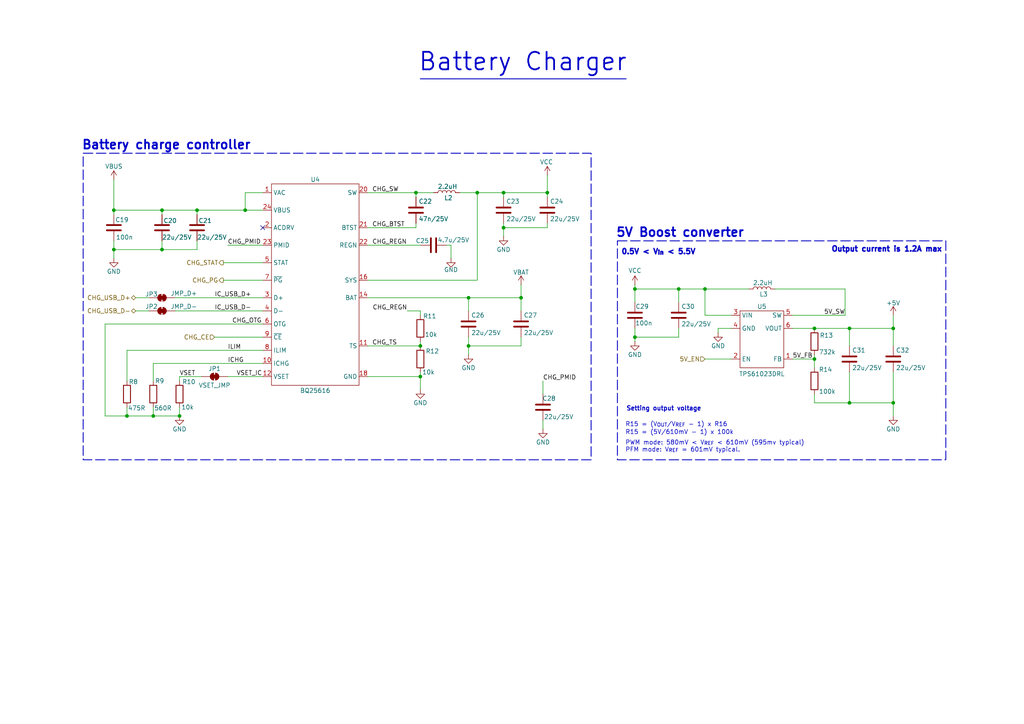
<source format=kicad_sch>
(kicad_sch (version 20250114) (generator "eeschema") (generator_version "9.0")
  (paper "A4")
  (lib_symbols
    (symbol "Device:C" (pin_numbers (hide yes)) (pin_names (offset 0.254))
      (property "Reference" "C" (at 0.635 2.54 0))
      (property "Value" "C" (at 0.635 -2.54 0))
      (symbol "C_0_1"
        (polyline (pts (xy -2.032 0.762) (xy 2.032 0.762)) (stroke (width 0.508)))
        (polyline (pts (xy -2.032 -0.762) (xy 2.032 -0.762)) (stroke (width 0.508)))
      )
      (symbol "C_1_1"
        (pin passive line (at 0 3.81 270) (length 2.794) (name "~") (number "1"))
        (pin passive line (at 0 -3.81 90) (length 2.794) (name "~") (number "2"))
      )
    )
    (symbol "Jumper:SolderJumper_2_Bridged" (pin_numbers (hide yes)) (pin_names (offset 0) (hide yes)) (in_bom no)
      (property "Reference" "JP" (at 0 2.032 0))
      (property "Value" "SolderJumper_2_Bridged" (at 0 -2.54 0))
      (symbol "SolderJumper_2_Bridged_0_1"
        (rectangle (start -0.508 0.508) (end 0.508 -0.508) (fill (type outline)))
        (polyline (pts (xy -0.254 1.016) (xy -0.254 -1.016)))
        (arc (start -0.254 -1.016) (mid -1.2656 0) (end -0.254 1.016))
        (arc (start -0.254 -1.016) (mid -1.2656 0) (end -0.254 1.016) (fill (type outline)))
        (arc (start 0.254 1.016) (mid 1.2656 0) (end 0.254 -1.016))
        (arc (start 0.254 1.016) (mid 1.2656 0) (end 0.254 -1.016) (fill (type outline)))
        (polyline (pts (xy 0.254 1.016) (xy 0.254 -1.016)))
      )
      (symbol "SolderJumper_2_Bridged_1_1"
        (pin passive line (at -3.81 0 0) (length 2.54) (name "A") (number "1"))
        (pin passive line (at 3.81 0 180) (length 2.54) (name "B") (number "2"))
      )
    )
    (symbol "No silk screen devices:L" (pin_numbers (hide yes)) (pin_names (offset 1.016) (hide yes))
      (property "Reference" "L" (at -1.27 0 90))
      (property "Value" "L" (at 1.905 0 90))
      (symbol "L_0_1"
        (arc (start 0 2.54) (mid 0.6323 1.905) (end 0 1.27))
        (arc (start 0 1.27) (mid 0.6323 0.635) (end 0 0))
        (arc (start 0 0) (mid 0.6323 -0.635) (end 0 -1.27))
        (arc (start 0 -1.27) (mid 0.6323 -1.905) (end 0 -2.54))
      )
      (symbol "L_1_1"
        (pin passive line (at 0 3.81 270) (length 1.27) (name "1") (number "1"))
        (pin passive line (at 0 -3.81 90) (length 1.27) (name "2") (number "2"))
      )
    )
    (symbol "No silk screen devices:R" (pin_numbers (hide yes)) (pin_names (offset 0))
      (property "Reference" "R" (at 2.032 0 90))
      (property "Value" "R" (at 0 0 90))
      (symbol "R_0_1"
        (rectangle (start -1.016 -2.54) (end 1.016 2.54) (stroke (width 0.254)))
      )
      (symbol "R_1_1"
        (pin passive line (at 0 3.81 270) (length 1.27) (name "~") (number "1"))
        (pin passive line (at 0 -3.81 90) (length 1.27) (name "~") (number "2"))
      )
    )
    (symbol "personal-library:BQ25616"
      (property "Reference" "U" (at 0 26.162 0))
      (property "Value" "BQ25616" (at -0.254 -33.782 0))
      (symbol "BQ25616_0_1"
        (rectangle (start -12.7 25.4) (end 12.7 -33.02))
      )
      (symbol "BQ25616_1_1"
        (pin power_in line (at -15.24 22.86 0) (length 2.54) (name "VAC") (number "1"))
        (pin power_in line (at -15.24 17.78 0) (length 2.54) (name "VBUS") (number "24"))
        (pin power_in line (at -15.24 12.7 0) (length 2.54) (name "ACDRV") (number "2"))
        (pin passive line (at -15.24 7.62 0) (length 2.54) (name "PMID") (number "23"))
        (pin passive line (at -15.24 2.54 0) (length 2.54) (name "STAT") (number "5"))
        (pin passive line (at -15.24 -2.54 0) (length 2.54) (name "~{PG}") (number "7"))
        (pin passive line (at -15.24 -7.62 0) (length 2.54) (name "D+") (number "3"))
        (pin passive line (at -15.24 -11.43 0) (length 2.54) (name "D-") (number "4"))
        (pin passive line (at -15.24 -15.24 0) (length 2.54) (name "OTG") (number "6"))
        (pin passive line (at -15.24 -19.05 0) (length 2.54) (name "~{CE}") (number "9"))
        (pin passive line (at -15.24 -22.86 0) (length 2.54) (name "ILIM") (number "8"))
        (pin passive line (at -15.24 -26.67 0) (length 2.54) (name "ICHG") (number "10"))
        (pin passive line (at -15.24 -30.48 0) (length 2.54) (name "VSET") (number "12"))
        (pin passive line (at 15.24 22.86 180) (length 2.54) (hide yes) (name "SW") (number "19"))
        (pin passive line (at 15.24 22.86 180) (length 2.54) (name "SW") (number "20"))
        (pin passive line (at 15.24 12.7 180) (length 2.54) (name "BTST") (number "21"))
        (pin passive line (at 15.24 7.62 180) (length 2.54) (name "REGN") (number "22"))
        (pin power_out line (at 15.24 -2.54 180) (length 2.54) (hide yes) (name "SYS") (number "15"))
        (pin power_out line (at 15.24 -2.54 180) (length 2.54) (name "SYS") (number "16"))
        (pin power_out line (at 15.24 -7.62 180) (length 2.54) (hide yes) (name "BAT") (number "13"))
        (pin power_out line (at 15.24 -7.62 180) (length 2.54) (name "BAT") (number "14"))
        (pin passive line (at 15.24 -21.59 180) (length 2.54) (name "TS") (number "11"))
        (pin power_out line (at 15.24 -30.48 180) (length 2.54) (hide yes) (name "GND") (number "17"))
        (pin power_out line (at 15.24 -30.48 180) (length 2.54) (name "GND") (number "18"))
        (pin power_out line (at 15.24 -30.48 180) (length 2.54) (hide yes) (name "GND") (number "25"))
      )
    )
    (symbol "personal-library:TPS61023"
      (property "Reference" "U" (at 0 7.112 0))
      (property "Value" "TPS61023DRL" (at 0 0 0))
      (symbol "TPS61023_0_1"
        (rectangle (start -6.35 3.81) (end 6.35 -12.7))
      )
      (symbol "TPS61023_1_1"
        (pin power_in line (at -8.89 2.54 0) (length 2.54) (name "VIN") (number "3"))
        (pin power_in line (at -8.89 -1.27 0) (length 2.54) (name "GND") (number "4"))
        (pin input line (at -8.89 -10.16 0) (length 2.54) (name "EN") (number "2"))
        (pin input line (at 8.89 2.54 180) (length 2.54) (name "SW") (number "5"))
        (pin power_out line (at 8.89 -1.27 180) (length 2.54) (name "VOUT") (number "6"))
        (pin input line (at 8.89 -10.16 180) (length 2.54) (name "FB") (number "1"))
      )
    )
    (symbol "power:+5V" (power) (pin_numbers (hide yes)) (pin_names (offset 0) (hide yes))
      (property "Value" "+5V" (at 0 3.556 0))
      (symbol "+5V_0_1"
        (polyline (pts (xy -0.762 1.27) (xy 0 2.54)))
        (polyline (pts (xy 0 2.54) (xy 0.762 1.27)))
        (polyline (pts (xy 0 0) (xy 0 2.54)))
      )
      (symbol "+5V_1_1"
        (pin power_in line (at 0 0 90) (length 0) (name "~") (number "1"))
      )
    )
    (symbol "power:GND" (power) (pin_numbers (hide yes)) (pin_names (offset 0) (hide yes))
      (property "Value" "GND" (at 0 -3.81 0))
      (symbol "GND_0_1"
        (polyline (pts (xy 0 0) (xy 0 -1.27) (xy 1.27 -1.27) (xy 0 -2.54) (xy -1.27 -1.27) (xy 0 -1.27)))
      )
      (symbol "GND_1_1"
        (pin power_in line (at 0 0 270) (length 0) (name "~") (number "1"))
      )
    )
    (symbol "power:VBUS" (power) (pin_numbers (hide yes)) (pin_names (offset 0) (hide yes))
      (property "Value" "VBUS" (at 0 3.556 0))
      (symbol "VBUS_0_1"
        (polyline (pts (xy -0.762 1.27) (xy 0 2.54)))
        (polyline (pts (xy 0 2.54) (xy 0.762 1.27)))
        (polyline (pts (xy 0 0) (xy 0 2.54)))
      )
      (symbol "VBUS_1_1"
        (pin power_in line (at 0 0 90) (length 0) (name "~") (number "1"))
      )
    )
    (symbol "power:VCC" (power) (pin_numbers (hide yes)) (pin_names (offset 0) (hide yes))
      (property "Value" "VCC" (at 0 3.556 0))
      (symbol "VCC_0_1"
        (polyline (pts (xy -0.762 1.27) (xy 0 2.54)))
        (polyline (pts (xy 0 2.54) (xy 0.762 1.27)))
        (polyline (pts (xy 0 0) (xy 0 2.54)))
      )
      (symbol "VCC_1_1"
        (pin power_in line (at 0 0 90) (length 0) (name "~") (number "1"))
      )
    )
  )
  (rectangle (start 179.07 69.85) (end 274.32 133.35) (stroke (width 0.254) (type dash)))
  (rectangle (start 24.13 44.45) (end 171.45 133.35) (stroke (width 0.254) (type dash)))
  (text "0.5V < V_{in} < 5.5V" (at 191.008 73.152 0) (effects (font (size 1.524 1.524) (thickness 0.4064) (bold yes))))
  (text "Setting output voltage" (at 181.61 118.618 0) (effects (font (size 1.27 1.27) (thickness 0.254) (bold yes)) (justify left)))
  (text "Battery Charger" (at 151.638 18.034 0) (effects (font (size 5.08 5.08) (thickness 0.508) (bold yes))))
  (text "R15 = (5V/610mV - 1) x 100k" (at 181.356 125.476 0) (effects (font (size 1.27 1.27)) (justify left)))
  (text "R15 = (V_{OUT}/V_{REF} - 1) x R16\n" (at 181.356 123.19 0) (effects (font (size 1.27 1.27)) (justify left)))
  (text "PWM mode: 580mV < V_{REF} < 610mV (595mv typical)\nPFM mode: V_{REF} = 601mV typical." (at 181.356 129.54 0) (effects (font (size 1.27 1.27)) (justify left)))
  (text "Output current is 1.2A max" (at 241.046 72.39 0) (effects (font (size 1.524 1.524) (thickness 0.4064) (bold yes)) (justify left)))
  (text "Battery charge controller" (at 48.26 42.164 0) (effects (font (size 2.54 2.54) (thickness 0.508) (bold yes))))
  (text "5V Boost converter" (at 178.562 67.564 0) (effects (font (size 2.54 2.54) (thickness 0.508) (bold yes)) (justify left)))
  (junction (at 121.92 109.22))
  (junction (at 146.05 66.04))
  (junction (at 151.13 86.36))
  (junction (at 71.12 60.96))
  (junction (at 44.45 120.65))
  (junction (at 259.08 95.25))
  (junction (at 236.22 104.14))
  (junction (at 121.92 100.33))
  (junction (at 236.22 95.25))
  (junction (at 259.08 116.84))
  (junction (at 46.99 60.96))
  (junction (at 246.38 95.25))
  (junction (at 204.47 83.82))
  (junction (at 184.15 83.82))
  (junction (at 158.75 55.88))
  (junction (at 36.83 120.65))
  (junction (at 196.85 83.82))
  (junction (at 57.15 60.96))
  (junction (at 246.38 116.84))
  (junction (at 138.43 55.88))
  (junction (at 46.99 72.39))
  (junction (at 33.02 60.96))
  (junction (at 52.07 120.65))
  (junction (at 184.15 97.79))
  (junction (at 120.65 55.88))
  (junction (at 135.89 86.36))
  (junction (at 146.05 55.88))
  (junction (at 135.89 100.33))
  (junction (at 33.02 72.39))
  (no_connect (at 76.2 66.04))
  (wire (pts (xy 52.07 109.22) (xy 52.07 110.49)))
  (wire (pts (xy 151.13 82.55) (xy 151.13 86.36)))
  (wire (pts (xy 138.43 55.88) (xy 146.05 55.88)))
  (wire (pts (xy 130.81 71.12) (xy 130.81 74.93)))
  (wire (pts (xy 259.08 100.33) (xy 259.08 95.25)))
  (wire (pts (xy 133.35 55.88) (xy 138.43 55.88)))
  (wire (pts (xy 184.15 83.82) (xy 196.85 83.82)))
  (wire (pts (xy 106.68 86.36) (xy 135.89 86.36)))
  (wire (pts (xy 196.85 83.82) (xy 204.47 83.82)))
  (wire (pts (xy 151.13 86.36) (xy 151.13 90.17)))
  (wire (pts (xy 129.54 71.12) (xy 130.81 71.12)))
  (wire (pts (xy 246.38 116.84) (xy 236.22 116.84)))
  (wire (pts (xy 196.85 95.25) (xy 196.85 97.79)))
  (wire (pts (xy 121.92 107.95) (xy 121.92 109.22)))
  (wire (pts (xy 33.02 62.23) (xy 33.02 60.96)))
  (wire (pts (xy 146.05 57.15) (xy 146.05 55.88)))
  (wire (pts (xy 184.15 97.79) (xy 184.15 99.06)))
  (wire (pts (xy 146.05 66.04) (xy 146.05 68.58)))
  (wire (pts (xy 208.28 95.25) (xy 208.28 96.52)))
  (wire (pts (xy 121.92 100.33) (xy 121.92 99.06)))
  (wire (pts (xy 62.23 97.79) (xy 76.2 97.79)))
  (wire (pts (xy 236.22 104.14) (xy 236.22 102.87)))
  (wire (pts (xy 138.43 55.88) (xy 138.43 81.28)))
  (wire (pts (xy 44.45 105.41) (xy 44.45 110.49)))
  (wire (pts (xy 64.77 76.2) (xy 76.2 76.2)))
  (wire (pts (xy 33.02 60.96) (xy 46.99 60.96)))
  (wire (pts (xy 52.07 120.65) (xy 52.07 118.11)))
  (wire (pts (xy 36.83 120.65) (xy 44.45 120.65)))
  (wire (pts (xy 236.22 95.25) (xy 246.38 95.25)))
  (wire (pts (xy 71.12 55.88) (xy 71.12 60.96)))
  (wire (pts (xy 76.2 101.6) (xy 36.83 101.6)))
  (wire (pts (xy 36.83 118.11) (xy 36.83 120.65)))
  (wire (pts (xy 212.09 91.44) (xy 204.47 91.44)))
  (wire (pts (xy 30.48 93.98) (xy 76.2 93.98)))
  (wire (pts (xy 229.87 91.44) (xy 245.11 91.44)))
  (wire (pts (xy 36.83 101.6) (xy 36.83 110.49)))
  (wire (pts (xy 121.92 109.22) (xy 121.92 113.03)))
  (wire (pts (xy 246.38 95.25) (xy 259.08 95.25)))
  (wire (pts (xy 44.45 120.65) (xy 52.07 120.65)))
  (wire (pts (xy 76.2 71.12) (xy 66.04 71.12)))
  (wire (pts (xy 33.02 52.07) (xy 33.02 60.96)))
  (wire (pts (xy 57.15 62.23) (xy 57.15 60.96)))
  (wire (pts (xy 106.68 109.22) (xy 121.92 109.22)))
  (wire (pts (xy 46.99 72.39) (xy 46.99 69.85)))
  (wire (pts (xy 157.48 121.92) (xy 157.48 124.46)))
  (wire (pts (xy 184.15 83.82) (xy 184.15 87.63)))
  (wire (pts (xy 212.09 95.25) (xy 208.28 95.25)))
  (wire (pts (xy 135.89 102.87) (xy 135.89 100.33)))
  (wire (pts (xy 30.48 120.65) (xy 36.83 120.65)))
  (wire (pts (xy 229.87 95.25) (xy 236.22 95.25)))
  (wire (pts (xy 246.38 100.33) (xy 246.38 95.25)))
  (wire (pts (xy 71.12 60.96) (xy 76.2 60.96)))
  (wire (pts (xy 158.75 64.77) (xy 158.75 66.04)))
  (wire (pts (xy 184.15 82.55) (xy 184.15 83.82)))
  (wire (pts (xy 57.15 72.39) (xy 57.15 69.85)))
  (wire (pts (xy 118.11 90.17) (xy 121.92 90.17)))
  (wire (pts (xy 236.22 116.84) (xy 236.22 114.3)))
  (wire (pts (xy 245.11 83.82) (xy 224.79 83.82)))
  (polyline (pts (xy 121.92 22.86) (xy 181.61 22.86)) (stroke (width 0.254) (type solid)))
  (wire (pts (xy 33.02 72.39) (xy 33.02 74.93)))
  (wire (pts (xy 39.37 90.17) (xy 43.18 90.17)))
  (wire (pts (xy 204.47 83.82) (xy 217.17 83.82)))
  (wire (pts (xy 135.89 100.33) (xy 135.89 97.79)))
  (wire (pts (xy 146.05 64.77) (xy 146.05 66.04)))
  (wire (pts (xy 120.65 55.88) (xy 120.65 57.15)))
  (wire (pts (xy 57.15 60.96) (xy 71.12 60.96)))
  (wire (pts (xy 146.05 55.88) (xy 158.75 55.88)))
  (wire (pts (xy 58.42 109.22) (xy 52.07 109.22)))
  (wire (pts (xy 157.48 110.49) (xy 157.48 114.3)))
  (wire (pts (xy 151.13 97.79) (xy 151.13 100.33)))
  (wire (pts (xy 151.13 100.33) (xy 135.89 100.33)))
  (wire (pts (xy 158.75 50.8) (xy 158.75 55.88)))
  (wire (pts (xy 135.89 90.17) (xy 135.89 86.36)))
  (wire (pts (xy 66.04 109.22) (xy 76.2 109.22)))
  (wire (pts (xy 146.05 66.04) (xy 158.75 66.04)))
  (wire (pts (xy 158.75 57.15) (xy 158.75 55.88)))
  (wire (pts (xy 229.87 104.14) (xy 236.22 104.14)))
  (wire (pts (xy 259.08 91.44) (xy 259.08 95.25)))
  (wire (pts (xy 46.99 72.39) (xy 57.15 72.39)))
  (wire (pts (xy 106.68 71.12) (xy 121.92 71.12)))
  (wire (pts (xy 76.2 55.88) (xy 71.12 55.88)))
  (wire (pts (xy 246.38 107.95) (xy 246.38 116.84)))
  (wire (pts (xy 120.65 55.88) (xy 125.73 55.88)))
  (wire (pts (xy 50.8 90.17) (xy 76.2 90.17)))
  (wire (pts (xy 259.08 116.84) (xy 259.08 120.65)))
  (wire (pts (xy 204.47 104.14) (xy 212.09 104.14)))
  (wire (pts (xy 33.02 72.39) (xy 33.02 69.85)))
  (wire (pts (xy 106.68 81.28) (xy 138.43 81.28)))
  (wire (pts (xy 120.65 66.04) (xy 120.65 64.77)))
  (wire (pts (xy 39.37 86.36) (xy 43.18 86.36)))
  (wire (pts (xy 46.99 60.96) (xy 57.15 60.96)))
  (wire (pts (xy 106.68 100.33) (xy 121.92 100.33)))
  (wire (pts (xy 121.92 91.44) (xy 121.92 90.17)))
  (wire (pts (xy 196.85 83.82) (xy 196.85 87.63)))
  (wire (pts (xy 204.47 91.44) (xy 204.47 83.82)))
  (wire (pts (xy 184.15 97.79) (xy 196.85 97.79)))
  (wire (pts (xy 33.02 72.39) (xy 46.99 72.39)))
  (wire (pts (xy 64.77 81.28) (xy 76.2 81.28)))
  (wire (pts (xy 184.15 95.25) (xy 184.15 97.79)))
  (wire (pts (xy 259.08 107.95) (xy 259.08 116.84)))
  (wire (pts (xy 245.11 83.82) (xy 245.11 91.44)))
  (wire (pts (xy 135.89 86.36) (xy 151.13 86.36)))
  (wire (pts (xy 50.8 86.36) (xy 76.2 86.36)))
  (wire (pts (xy 46.99 62.23) (xy 46.99 60.96)))
  (wire (pts (xy 246.38 116.84) (xy 259.08 116.84)))
  (wire (pts (xy 76.2 105.41) (xy 44.45 105.41)))
  (wire (pts (xy 236.22 104.14) (xy 236.22 106.68)))
  (wire (pts (xy 44.45 118.11) (xy 44.45 120.65)))
  (wire (pts (xy 106.68 55.88) (xy 120.65 55.88)))
  (wire (pts (xy 106.68 66.04) (xy 120.65 66.04)))
  (wire (pts (xy 30.48 93.98) (xy 30.48 120.65)))
  (label "CHG_REGN" (at 118.11 90.17 180))
  (label "ICHG" (at 66.04 105.41 0))
  (label "5V_FB" (at 229.87 104.14 0))
  (label "5V_SW" (at 245.11 91.44 180))
  (label "ILIM" (at 66.04 101.6 0))
  (label "CHG_PMID" (at 66.04 71.12 0))
  (label "VSET_IC" (at 68.58 109.22 0))
  (label "CHG_PMID" (at 157.48 110.49 0))
  (label "CHG_SW" (at 107.95 55.88 0))
  (label "CHG_BTST" (at 107.95 66.04 0))
  (label "CHG_TS" (at 107.95 100.33 0))
  (label "IC_USB_D+" (at 62.23 86.36 0))
  (label "CHG_OTG" (at 67.31 93.98 0))
  (label "VSET" (at 52.07 109.22 0))
  (label "IC_USB_D-" (at 62.23 90.17 0))
  (label "CHG_REGN" (at 107.95 71.12 0))
  (hierarchical_label "CHG_CE" (shape input) (at 62.23 97.79 180))
  (hierarchical_label "CHG_PG" (shape output) (at 64.77 81.28 180))
  (hierarchical_label "CHG_USB_D-" (shape bidirectional) (at 39.37 90.17 180))
  (hierarchical_label "5V_EN" (shape input) (at 204.47 104.14 180))
  (hierarchical_label "CHG_USB_D+" (shape bidirectional) (at 39.37 86.36 180))
  (hierarchical_label "CHG_STAT" (shape output) (at 64.77 76.2 180))
  (symbol (lib_id "Device:C") (at 259.08 104.14 0) (unit 1)
    (property "Reference" "C32" (at 259.842 101.6 0) (effects (justify left)))
    (property "Value" "22u/25V" (at 259.842 106.68 0) (effects (justify left)))
    (property "Footprint" "No_silkscreen:C_0805_2012Metric" (effects (hide yes)))
    (property "Description" "CL21A106KBYQNNE" (effects (hide yes)))
  )
  (symbol (lib_id "Device:C") (at 135.89 93.98 0) (unit 1)
    (property "Reference" "C26" (at 136.652 91.44 0) (effects (justify left)))
    (property "Value" "22u/25V" (at 136.652 96.52 0) (effects (justify left)))
    (property "Footprint" "No_silkscreen:C_0805_2012Metric" (effects (hide yes)))
    (property "Description" "CL21A106KBYQNNE" (effects (hide yes)))
  )
  (symbol (lib_id "power:GND") (at 208.28 96.52 0) (unit 1)
    (property "Reference" "#PWR0116" (effects (hide yes)))
    (property "Value" "GND" (at 208.28 100.33 0))
    (property "Description" "Power symbol creates a global label with name \"GND\" , ground" (effects (hide yes)))
  )
  (symbol (lib_id "Device:C") (at 184.15 91.44 180) (unit 1)
    (property "Reference" "C29" (at 188.214 88.9 0) (effects (justify left)))
    (property "Value" "100n" (at 189.23 93.726 0) (effects (justify left)))
    (property "Footprint" "No_silkscreen:C_0402_1005Metric" (effects (hide yes)))
    (property "Description" "CC0402KRX7R8BB104" (effects (hide yes)))
  )
  (symbol (lib_id "Device:C") (at 120.65 60.96 0) (unit 1)
    (property "Reference" "C22" (at 121.412 58.42 0) (effects (justify left)))
    (property "Value" "47n/25V" (at 121.412 63.5 0) (effects (justify left)))
    (property "Footprint" "No_silkscreen:C_0402_1005Metric" (effects (hide yes)))
    (property "Description" "GRM155R71E473KA88D" (effects (hide yes)))
  )
  (symbol (lib_id "No silk screen devices:L") (at 220.98 83.82 90) (unit 1)
    (property "Reference" "L3" (at 221.488 85.344 90))
    (property "Value" "2.2uH" (at 221.234 82.042 90))
    (property "Footprint" "Inductor_SMD:L_Taiyo-Yuden_NR-40xx" (effects (hide yes)))
    (property "Description" "NRS4018T2R2MDGJ" (effects (hide yes)))
  )
  (symbol (lib_id "Device:C") (at 196.85 91.44 0) (unit 1)
    (property "Reference" "C30" (at 197.612 88.9 0) (effects (justify left)))
    (property "Value" "22u/25V" (at 197.612 93.98 0) (effects (justify left)))
    (property "Footprint" "No_silkscreen:C_0805_2012Metric" (effects (hide yes)))
    (property "Description" "CL21A106KBYQNNE" (effects (hide yes)))
  )
  (symbol (lib_id "Device:C") (at 157.48 118.11 180) (unit 1)
    (property "Reference" "C28" (at 159.258 115.57 0))
    (property "Value" "22u/25V" (at 162.052 120.904 0))
    (property "Footprint" "No_silkscreen:C_0805_2012Metric" (effects (hide yes)))
    (property "Description" "CL21A106KBYQNNE" (effects (hide yes)))
  )
  (symbol (lib_id "power:GND") (at 184.15 99.06 0) (unit 1)
    (property "Reference" "#PWR0117" (effects (hide yes)))
    (property "Value" "GND" (at 184.15 102.87 0))
    (property "Description" "Power symbol creates a global label with name \"GND\" , ground" (effects (hide yes)))
  )
  (symbol (lib_id "Device:C") (at 151.13 93.98 0) (unit 1)
    (property "Reference" "C27" (at 151.892 91.44 0) (effects (justify left)))
    (property "Value" "22u/25V" (at 151.892 96.52 0) (effects (justify left)))
    (property "Footprint" "No_silkscreen:C_0805_2012Metric" (effects (hide yes)))
    (property "Description" "CL21A106KBYQNNE" (effects (hide yes)))
  )
  (symbol (lib_id "personal-library:BQ25616") (at 91.44 78.74 0) (unit 1)
    (property "Reference" "U4" (at 91.44 52.07 0))
    (property "Value" "BQ25616" (at 91.44 113.284 0))
    (property "Footprint" "BQ25616:WQFN24_RTW_TEX-L" (effects (hide yes)))
    (property "Datasheet" "https://www.ti.com/lit/ds/symlink/bq25616.pdf" (effects (hide yes)))
  )
  (symbol (lib_id "No silk screen devices:R") (at 236.22 110.49 0) (unit 1)
    (property "Reference" "R14" (at 237.49 107.188 0) (effects (justify left)))
    (property "Value" "100k" (at 237.49 113.538 0) (effects (justify left)))
    (property "Footprint" "No_silkscreen:R_0402_1005Metric" (effects (hide yes)))
    (property "Description" "Resistor" (effects (hide yes)))
  )
  (symbol (lib_id "power:GND") (at 130.81 74.93 0) (unit 1)
    (property "Reference" "#PWR0112" (effects (hide yes)))
    (property "Value" "GND" (at 130.81 78.232 0))
    (property "Description" "Power symbol creates a global label with name \"GND\" , ground" (effects (hide yes)))
  )
  (symbol (lib_id "Device:C") (at 158.75 60.96 0) (unit 1)
    (property "Reference" "C24" (at 159.512 58.42 0) (effects (justify left)))
    (property "Value" "22u/25V" (at 159.512 63.5 0) (effects (justify left)))
    (property "Footprint" "No_silkscreen:C_0805_2012Metric" (effects (hide yes)))
    (property "Description" "CL21A106KBYQNNE" (effects (hide yes)))
  )
  (symbol (lib_id "Device:C") (at 246.38 104.14 0) (unit 1)
    (property "Reference" "C31" (at 247.142 101.6 0) (effects (justify left)))
    (property "Value" "22u/25V" (at 247.142 106.68 0) (effects (justify left)))
    (property "Footprint" "No_silkscreen:C_0805_2012Metric" (effects (hide yes)))
    (property "Description" "CL21A106KBYQNNE" (effects (hide yes)))
  )
  (symbol (lib_id "Device:C") (at 33.02 66.04 180) (unit 1)
    (property "Reference" "C19" (at 37.338 63.754 0) (effects (justify left)))
    (property "Value" "100n" (at 38.608 68.834 0) (effects (justify left)))
    (property "Footprint" "No_silkscreen:C_0402_1005Metric" (effects (hide yes)))
    (property "Description" "CC0402KRX7R8BB104" (effects (hide yes)))
  )
  (symbol (lib_id "No silk screen devices:R") (at 44.45 114.3 0) (unit 1)
    (property "Reference" "R9" (at 44.958 110.49 0) (effects (justify left)))
    (property "Value" "560R" (at 44.704 118.364 0) (effects (justify left)))
    (property "Footprint" "No_silkscreen:R_0402_1005Metric" (effects (hide yes)))
    (property "Description" "Resistor" (effects (hide yes)))
  )
  (symbol (lib_id "power:GND") (at 157.48 124.46 0) (unit 1)
    (property "Reference" "#PWR0102" (effects (hide yes)))
    (property "Value" "GND" (at 157.48 128.27 0))
    (property "Description" "Power symbol creates a global label with name \"GND\" , ground" (effects (hide yes)))
  )
  (symbol (lib_id "No silk screen devices:L") (at 129.54 55.88 90) (unit 1)
    (property "Reference" "L2" (at 130.048 57.404 90))
    (property "Value" "2.2uH" (at 129.794 54.102 90))
    (property "Footprint" "Inductor_SMD:L_Taiyo-Yuden_NR-40xx" (effects (hide yes)))
    (property "Description" "NRS4018T2R2MDGJ" (effects (hide yes)))
  )
  (symbol (lib_id "power:VCC") (at 158.75 50.8 0) (unit 1)
    (property "Reference" "#PWR0110" (effects (hide yes)))
    (property "Value" "VCC" (at 158.496 46.99 0))
    (property "Description" "Power symbol creates a global label with name \"VCC\"" (effects (hide yes)))
  )
  (symbol (lib_id "Device:C") (at 46.99 66.04 180) (unit 1)
    (property "Reference" "C20" (at 51.308 64.008 0) (effects (justify left)))
    (property "Value" "22u/25V" (at 55.626 68.834 0) (effects (justify left)))
    (property "Footprint" "No_silkscreen:C_0805_2012Metric" (effects (hide yes)))
    (property "Description" "Unpolarized capacitor" (effects (hide yes)))
  )
  (symbol (lib_id "Jumper:SolderJumper_2_Bridged") (at 46.99 86.36 0) (unit 1) (in_bom no)
    (property "Reference" "JP3" (at 43.942 85.344 0))
    (property "Value" "JMP_D+" (at 53.34 85.09 0))
    (property "Footprint" "Jumper:SolderJumper-2_P1.3mm_Bridged_RoundedPad1.0x1.5mm" (effects (hide yes)))
    (property "Description" "Solder Jumper, 2-pole, closed/bridged" (effects (hide yes)))
  )
  (symbol (lib_id "power:VCC") (at 184.15 82.55 0) (unit 1)
    (property "Reference" "#PWR0114" (effects (hide yes)))
    (property "Value" "VCC" (at 184.15 78.486 0))
    (property "Description" "Power symbol creates a global label with name \"VCC\"" (effects (hide yes)))
  )
  (symbol (lib_id "No silk screen devices:R") (at 52.07 114.3 0) (unit 1)
    (property "Reference" "R10" (at 52.832 110.744 0) (effects (justify left)))
    (property "Value" "10k" (at 52.578 118.11 0) (effects (justify left)))
    (property "Footprint" "No_silkscreen:R_0402_1005Metric" (effects (hide yes)))
    (property "Description" "Resistor" (effects (hide yes)))
  )
  (symbol (lib_id "No silk screen devices:R") (at 121.92 104.14 0) (unit 1)
    (property "Reference" "R12" (at 123.444 101.854 0) (effects (justify left)))
    (property "Value" "10k" (at 122.428 107.95 0) (effects (justify left)))
    (property "Footprint" "No_silkscreen:R_0402_1005Metric" (effects (hide yes)))
    (property "Description" "Resistor" (effects (hide yes)))
  )
  (symbol (lib_id "power:+5V") (at 259.08 91.44 0) (unit 1)
    (property "Reference" "#PWR0109" (effects (hide yes)))
    (property "Value" "+5V" (at 259.08 87.884 0))
    (property "Description" "Power symbol creates a global label with name \"+5V\"" (effects (hide yes)))
  )
  (symbol (lib_id "Device:C") (at 125.73 71.12 90) (unit 1)
    (property "Reference" "C25" (at 124.46 69.85 90) (effects (justify left)))
    (property "Value" "4.7u/25V" (at 136.144 69.596 90) (effects (justify left)))
    (property "Footprint" "No_silkscreen:C_0603_1608Metric" (effects (hide yes)))
    (property "Description" "CL21A475KBQNNNE" (effects (hide yes)))
  )
  (symbol (lib_id "No silk screen devices:R") (at 36.83 114.3 0) (unit 1)
    (property "Reference" "R8" (at 37.338 110.744 0) (effects (justify left)))
    (property "Value" "475R" (at 37.084 118.364 0) (effects (justify left)))
    (property "Footprint" "No_silkscreen:R_0402_1005Metric" (effects (hide yes)))
    (property "Description" "Resistor" (effects (hide yes)))
  )
  (symbol (lib_id "Jumper:SolderJumper_2_Bridged") (at 46.99 90.17 0) (unit 1) (in_bom no)
    (property "Reference" "JP2" (at 43.942 88.9 0))
    (property "Value" "JMP_D-" (at 53.34 88.9 0))
    (property "Footprint" "Jumper:SolderJumper-2_P1.3mm_Bridged_RoundedPad1.0x1.5mm" (effects (hide yes)))
    (property "Description" "Solder Jumper, 2-pole, closed/bridged" (effects (hide yes)))
  )
  (symbol (lib_id "personal-library:TPS61023") (at 220.98 93.98 0) (unit 1)
    (property "Reference" "U5" (at 220.98 88.9 0))
    (property "Value" "TPS61023DRL" (at 220.98 108.458 0))
    (property "Footprint" "TPS61023DRL:SOTFL50P160X60-6N" (effects (hide yes)))
  )
  (symbol (lib_id "Device:C") (at 146.05 60.96 0) (unit 1)
    (property "Reference" "C23" (at 146.812 58.42 0) (effects (justify left)))
    (property "Value" "22u/25V" (at 146.812 63.5 0) (effects (justify left)))
    (property "Footprint" "No_silkscreen:C_0805_2012Metric" (effects (hide yes)))
    (property "Description" "CL21A106KBYQNNE" (effects (hide yes)))
  )
  (symbol (lib_id "power:GND") (at 121.92 113.03 0) (unit 1)
    (property "Reference" "#PWR0103" (effects (hide yes)))
    (property "Value" "GND" (at 121.92 116.84 0))
    (property "Description" "Power symbol creates a global label with name \"GND\" , ground" (effects (hide yes)))
  )
  (symbol (lib_id "power:VBUS") (at 33.02 52.07 0) (unit 1)
    (property "Reference" "#PWR010" (effects (hide yes)))
    (property "Value" "VBUS" (at 33.02 48.26 0))
    (property "Description" "Power symbol creates a global label with name \"VBUS\"" (effects (hide yes)))
  )
  (symbol (lib_id "No silk screen devices:R") (at 236.22 99.06 0) (unit 1)
    (property "Reference" "R13" (at 237.744 97.282 0) (effects (justify left)))
    (property "Value" "732k" (at 237.49 102.108 0) (effects (justify left)))
    (property "Footprint" "No_silkscreen:R_0402_1005Metric" (effects (hide yes)))
    (property "Description" "Resistor" (effects (hide yes)))
  )
  (symbol (lib_id "power:GND") (at 33.02 74.93 0) (unit 1)
    (property "Reference" "#PWR0107" (effects (hide yes)))
    (property "Value" "GND" (at 33.02 78.74 0))
    (property "Description" "Power symbol creates a global label with name \"GND\" , ground" (effects (hide yes)))
  )
  (symbol (lib_id "power:GND") (at 146.05 68.58 0) (unit 1)
    (property "Reference" "#PWR0111" (effects (hide yes)))
    (property "Value" "GND" (at 146.05 72.39 0))
    (property "Description" "Power symbol creates a global label with name \"GND\" , ground" (effects (hide yes)))
  )
  (symbol (lib_id "power:GND") (at 259.08 120.65 0) (unit 1)
    (property "Reference" "#PWR011" (effects (hide yes)))
    (property "Value" "GND" (at 259.08 124.46 0))
    (property "Description" "Power symbol creates a global label with name \"GND\" , ground" (effects (hide yes)))
  )
  (symbol (lib_id "Device:C") (at 57.15 66.04 180) (unit 1)
    (property "Reference" "C21" (at 61.468 64.008 0) (effects (justify left)))
    (property "Value" "22u/25V" (at 65.786 68.834 0) (effects (justify left)))
    (property "Footprint" "No_silkscreen:C_0805_2012Metric" (effects (hide yes)))
    (property "Description" "Unpolarized capacitor" (effects (hide yes)))
  )
  (symbol (lib_id "power:GND") (at 135.89 102.87 0) (unit 1)
    (property "Reference" "#PWR0113" (effects (hide yes)))
    (property "Value" "GND" (at 135.89 106.68 0))
    (property "Description" "Power symbol creates a global label with name \"GND\" , ground" (effects (hide yes)))
  )
  (symbol (lib_id "power:VCC") (at 151.13 82.55 0) (unit 1)
    (property "Reference" "#PWR0101" (effects (hide yes)))
    (property "Value" "VBAT" (at 151.13 78.994 0))
    (property "Description" "Power symbol creates a global label with name \"VCC\"" (effects (hide yes)))
  )
  (symbol (lib_id "No silk screen devices:R") (at 121.92 95.25 0) (unit 1)
    (property "Reference" "R11" (at 122.682 91.694 0) (effects (justify left)))
    (property "Value" "10k" (at 123.19 97.028 0) (effects (justify left)))
    (property "Footprint" "No_silkscreen:R_0402_1005Metric" (effects (hide yes)))
    (property "Description" "Resistor" (effects (hide yes)))
  )
  (symbol (lib_id "power:GND") (at 52.07 120.65 0) (unit 1)
    (property "Reference" "#PWR0105" (effects (hide yes)))
    (property "Value" "GND" (at 52.07 124.46 0))
    (property "Description" "Power symbol creates a global label with name \"GND\" , ground" (effects (hide yes)))
  )
  (symbol (lib_id "Jumper:SolderJumper_2_Bridged") (at 62.23 109.22 0) (unit 1) (in_bom no)
    (property "Reference" "JP1" (at 62.23 106.934 0))
    (property "Value" "VSET_JMP" (at 62.23 111.76 0))
    (property "Footprint" "Jumper:SolderJumper-2_P1.3mm_Bridged_RoundedPad1.0x1.5mm" (effects (hide yes)))
    (property "Description" "Solder Jumper, 2-pole, closed/bridged" (effects (hide yes)))
  )
)
</source>
